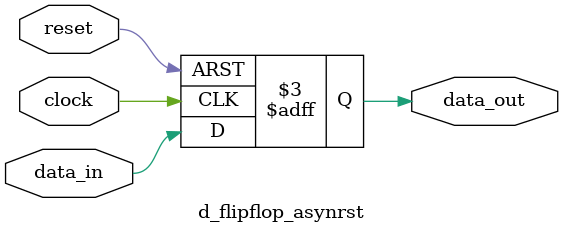
<source format=v>
`timescale 1ns / 1ps

module d_flipflop_asynrst(data_in,data_out,clock,reset);
input data_in;
input clock,reset;
output reg data_out;
always@(posedge clock or negedge reset)
begin
   if(!reset)
     data_out<=1'd0;
   else
     data_out<=data_in;
end
endmodule

</source>
